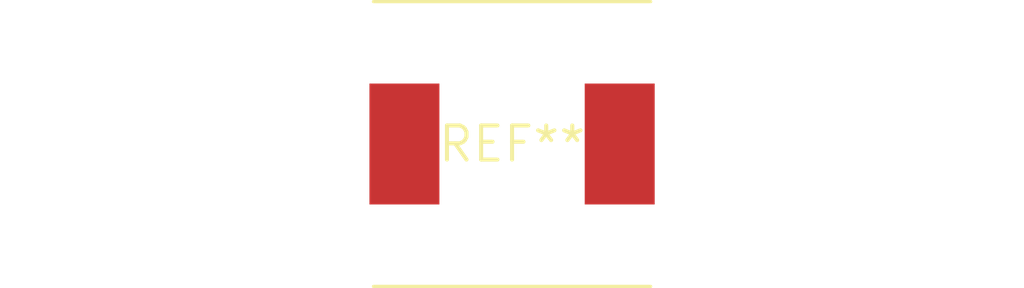
<source format=kicad_pcb>
(kicad_pcb (version 20240108) (generator pcbnew)
  (layers (0 "F.Cu" signal) (31 "B.Cu" signal) (34 "B.Paste" user) (35 "F.Paste" user) (36 "B.SilkS" user "B.Silkscreen") (37 "F.SilkS" user "F.Silkscreen") (38 "B.Mask" user) (39 "F.Mask" user) (44 "Edge.Cuts" user))
  (net 0 "")
  (footprint "L_Taiyo-Yuden_NR-10050_9.8x10.0mm" (layer "F.Cu") (at 0 0)
    (property "Reference" "REF**")
    (property "Value" "L_Taiyo-Yuden_NR-10050_9.8x10.0mm")
    (fp_line (start -5.15 -5.3) (end 5.15 -5.3) (layer "F.SilkS") (stroke (width 0.12)))
    (fp_line (start -5.15 5.3) (end 5.15 5.3) (layer "F.SilkS") (stroke (width 0.12)))
    (pad "1" smd rect (at -4 0) (size 2.6 4.5) (layers "F.Cu" "F.Paste" "F.Mask"))
    (pad "2" smd rect (at 4 0) (size 2.6 4.5) (layers "F.Cu" "F.Paste" "F.Mask"))
  )
)
</source>
